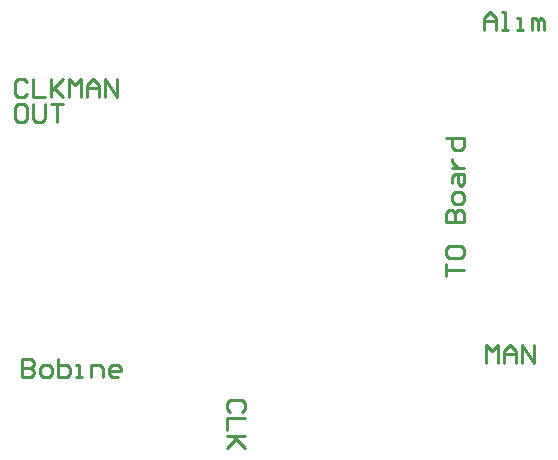
<source format=gm1>
G04 Layer_Color=16711935*
%FSLAX24Y24*%
%MOIN*%
G70*
G01*
G75*
%ADD24C,0.0100*%
D24*
X44361Y22402D02*
Y22801D01*
Y22602D01*
X44961D01*
X44361Y23301D02*
Y23101D01*
X44461Y23001D01*
X44861D01*
X44961Y23101D01*
Y23301D01*
X44861Y23401D01*
X44461D01*
X44361Y23301D01*
Y24201D02*
X44961D01*
Y24501D01*
X44861Y24601D01*
X44761D01*
X44661Y24501D01*
Y24201D01*
Y24501D01*
X44561Y24601D01*
X44461D01*
X44361Y24501D01*
Y24201D01*
X44961Y24901D02*
Y25101D01*
X44861Y25201D01*
X44661D01*
X44561Y25101D01*
Y24901D01*
X44661Y24801D01*
X44861D01*
X44961Y24901D01*
X44561Y25501D02*
Y25701D01*
X44661Y25800D01*
X44961D01*
Y25501D01*
X44861Y25401D01*
X44761Y25501D01*
Y25800D01*
X44561Y26000D02*
X44961D01*
X44761D01*
X44661Y26100D01*
X44561Y26200D01*
Y26300D01*
X44361Y27000D02*
X44961D01*
Y26700D01*
X44861Y26600D01*
X44661D01*
X44561Y26700D01*
Y27000D01*
X45709Y19488D02*
Y20088D01*
X45909Y19888D01*
X46109Y20088D01*
Y19488D01*
X46308D02*
Y19888D01*
X46508Y20088D01*
X46708Y19888D01*
Y19488D01*
Y19788D01*
X46308D01*
X46908Y19488D02*
Y20088D01*
X47308Y19488D01*
Y20088D01*
X37586Y17868D02*
X37686Y17968D01*
Y18168D01*
X37586Y18268D01*
X37187D01*
X37087Y18168D01*
Y17968D01*
X37187Y17868D01*
X37686Y17668D02*
X37087D01*
Y17268D01*
X37686Y17068D02*
X37087D01*
X37287D01*
X37686Y16668D01*
X37387Y16968D01*
X37087Y16668D01*
X30236Y19616D02*
Y19016D01*
X30536D01*
X30636Y19116D01*
Y19216D01*
X30536Y19316D01*
X30236D01*
X30536D01*
X30636Y19416D01*
Y19516D01*
X30536Y19616D01*
X30236D01*
X30936Y19016D02*
X31136D01*
X31236Y19116D01*
Y19316D01*
X31136Y19416D01*
X30936D01*
X30836Y19316D01*
Y19116D01*
X30936Y19016D01*
X31436Y19616D02*
Y19016D01*
X31736D01*
X31836Y19116D01*
Y19216D01*
Y19316D01*
X31736Y19416D01*
X31436D01*
X32036Y19016D02*
X32236D01*
X32136D01*
Y19416D01*
X32036D01*
X32535Y19016D02*
Y19416D01*
X32835D01*
X32935Y19316D01*
Y19016D01*
X33435D02*
X33235D01*
X33135Y19116D01*
Y19316D01*
X33235Y19416D01*
X33435D01*
X33535Y19316D01*
Y19216D01*
X33135D01*
X30300Y28119D02*
X30100D01*
X30000Y28020D01*
Y27620D01*
X30100Y27520D01*
X30300D01*
X30400Y27620D01*
Y28020D01*
X30300Y28119D01*
X30600D02*
Y27620D01*
X30700Y27520D01*
X30900D01*
X31000Y27620D01*
Y28119D01*
X31200D02*
X31599D01*
X31400D01*
Y27520D01*
X30400Y28846D02*
X30300Y28946D01*
X30100D01*
X30000Y28846D01*
Y28446D01*
X30100Y28346D01*
X30300D01*
X30400Y28446D01*
X30600Y28946D02*
Y28346D01*
X31000D01*
X31200Y28946D02*
Y28346D01*
Y28546D01*
X31599Y28946D01*
X31300Y28646D01*
X31599Y28346D01*
X31799D02*
Y28946D01*
X31999Y28746D01*
X32199Y28946D01*
Y28346D01*
X32399D02*
Y28746D01*
X32599Y28946D01*
X32799Y28746D01*
Y28346D01*
Y28646D01*
X32399D01*
X32999Y28346D02*
Y28946D01*
X33399Y28346D01*
Y28946D01*
X45630Y30591D02*
Y30990D01*
X45830Y31190D01*
X46030Y30990D01*
Y30591D01*
Y30890D01*
X45630D01*
X46230Y30591D02*
X46430D01*
X46330D01*
Y31190D01*
X46230D01*
X46730Y30591D02*
X46929D01*
X46830D01*
Y30990D01*
X46730D01*
X47229Y30591D02*
Y30990D01*
X47329D01*
X47429Y30890D01*
Y30591D01*
Y30890D01*
X47529Y30990D01*
X47629Y30890D01*
Y30591D01*
M02*

</source>
